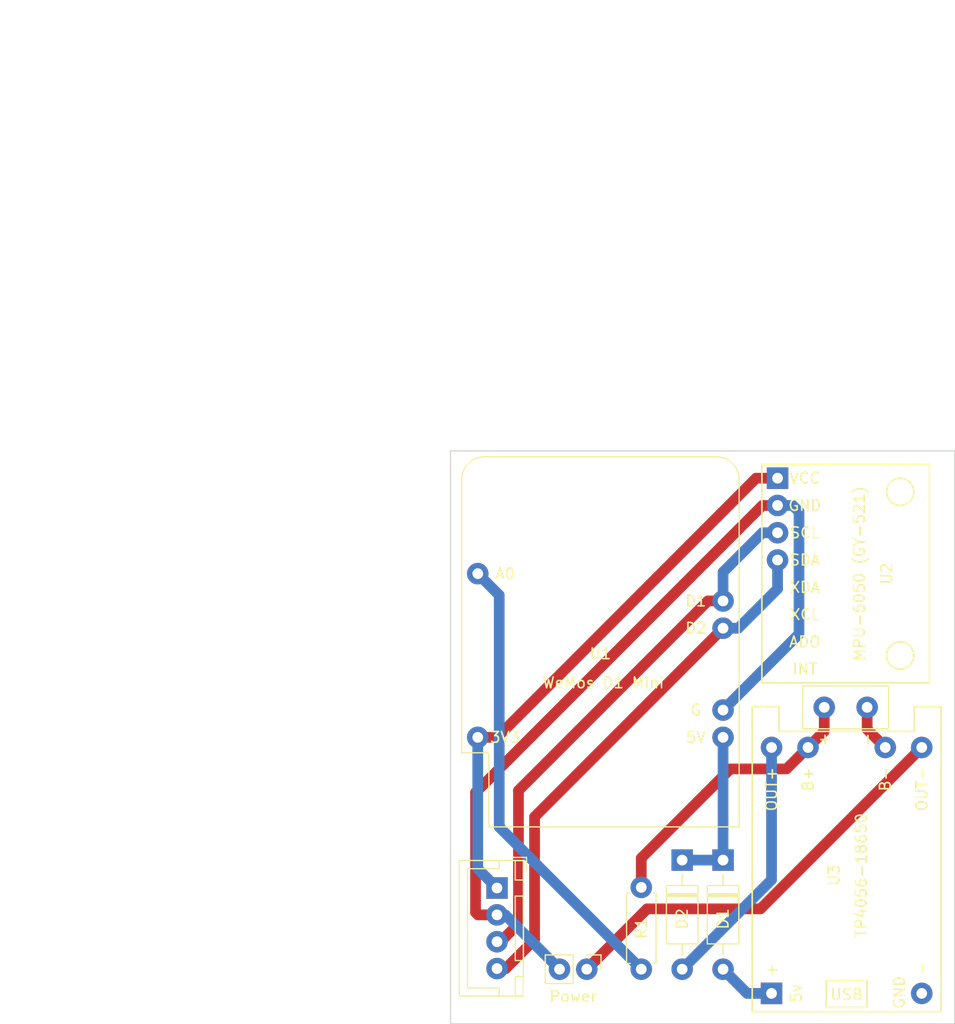
<source format=kicad_pcb>
(kicad_pcb (version 20211014) (generator pcbnew)
  (layers (0 "F.Cu" signal) (31 "B.Cu" signal) (34 "B.Paste" user) (35 "F.Paste" user) (36 "B.SilkS" user "B.Silkscreen") (37 "F.SilkS" user "F.Silkscreen") (38 "B.Mask" user) (39 "F.Mask" user) (44 "Edge.Cuts" user))
  (net 0 "")
  (net 1 "Net-(BT1-Pad1)")
  (net 2 "Net-(J1-Pad1)")
  (net 3 "Net-(D1-Pad1)")
  (net 4 "Net-(R1-Pad2)")
  (net 5 "Net-(J2-Pad2)")
  (net 7 "Net-(BT1-Pad2)")
  (net 8 "Net-(D1-Pad2)")
  (net 9 "Net-(D2-Pad2)")
  (net 10 "Net-(J2-Pad1)")
  (net 11 "Net-(U1-Pad13)")
  (net 12 "Net-(U1-Pad14)")
  (footprint "SlimeVRMobo:GY-521" (layer "F.Cu") (at 163.83 87.63 -90)
    (fp_text reference "U2" (at 0 -3.81 90) (layer "F.SilkS"))
    (fp_text value "MPU-6050 (GY-521)" (at 0 -1.27 90) (layer "F.SilkS"))
    (fp_text user "XCL" (at 3.81 3.81 unlocked) (layer "F.SilkS"))
    (fp_text user "SCL" (at -3.81 3.81 unlocked) (layer "F.SilkS"))
    (fp_text user "SDA" (at -1.27 3.81 unlocked) (layer "F.SilkS"))
    (fp_text user "XDA" (at 1.27 3.81 unlocked) (layer "F.SilkS"))
    (fp_text user "GND" (at -6.35 3.81 unlocked) (layer "F.SilkS"))
    (fp_text user "VCC" (at -8.89 3.81 unlocked) (layer "F.SilkS"))
    (fp_text user "INT" (at 8.89 3.81 unlocked) (layer "F.SilkS"))
    (fp_text user "ADO" (at 6.35 3.81 unlocked) (layer "F.SilkS"))
    (fp_line (start 10.16 7.8105) (end -10.16 7.8105) (layer "F.SilkS") (width 0.15))
    (fp_line (start -10.16 7.8105) (end -10.16 -7.8105) (layer "F.SilkS") (width 0.15))
    (fp_line (start -10.16 -7.8105) (end 10.16 -7.8105) (layer "F.SilkS") (width 0.15))
    (fp_line (start 10.16 -7.8105) (end 10.16 7.8105) (layer "F.SilkS") (width 0.15))
    (fp_circle (center -7.62 -5.08) (end -6.35 -5.08) (layer "F.SilkS") (width 0.15) (fill none))
    (fp_circle (center 7.62 -5.08) (end 8.89 -5.08) (layer "F.SilkS") (width 0.15) (fill none))
    (pad "1" thru_hole rect (at -8.89 6.35 270) (size 2 2) (drill 1) (layers *.Cu *.Mask) (net 2 "Net-(J1-Pad1)"))
    (pad "2" thru_hole circle (at -6.35 6.35 270) (size 2 2) (drill 1) (layers *.Cu *.Mask) (net 5 "Net-(J2-Pad2)"))
    (pad "3" thru_hole circle (at -3.81 6.35 270) (size 2 2) (drill 1) (layers *.Cu *.Mask) (net 12 "Net-(U1-Pad14)"))
    (pad "4" thru_hole circle (at -1.27 6.35 270) (size 2 2) (drill 1) (layers *.Cu *.Mask) (net 11 "Net-(U1-Pad13)"))
  )
  (footprint "Module:WEMOS_D1_mini_light" (layer "F.Cu") (at 129.54 85.09)
    (fp_text reference "U1" (at 11.43 10) (layer "F.SilkS"))
    (fp_text value "WeMos D1 Mini" (at 11.7 12.7) (layer "F.SilkS"))
    (fp_text user "D1" (at 20.32 5.08 unlocked) (layer "F.SilkS"))
    (fp_text user "G" (at 20.32 15.24 unlocked) (layer "F.SilkS"))
    (fp_text user "A0" (at 2.54 2.54 unlocked) (layer "F.SilkS"))
    (fp_text user "3V3" (at 2.54 17.78 unlocked) (layer "F.SilkS"))
    (fp_text user "5V" (at 20.32 17.78 unlocked) (layer "F.SilkS"))
    (fp_text user "D2" (at 20.32 7.62 unlocked) (layer "F.SilkS"))
    (fp_line (start -1.5 19.22) (end 1.04 19.22) (layer "F.SilkS") (width 0.12))
    (fp_line (start 1.04 19.22) (end 1.04 26.12) (layer "F.SilkS") (width 0.12))
    (fp_line (start -1.5 19.22) (end -1.5 -6.21) (layer "F.SilkS") (width 0.12))
    (fp_line (start 24.36 26.12) (end 24.36 -6.21) (layer "F.SilkS") (width 0.12))
    (fp_line (start 1.04 26.12) (end 24.36 26.12) (layer "F.SilkS") (width 0.12))
    (fp_line (start 22.24 -8.34) (end 0.63 -8.34) (layer "F.SilkS") (width 0.12))
    (fp_arc (start -1.5 -6.21) (mid -0.876137 -7.716137) (end 0.63 -8.34) (layer "F.SilkS") (width 0.12))
    (fp_arc (start 22.23 -8.34) (mid 23.736137 -7.716137) (end 24.36 -6.21) (layer "F.SilkS") (width 0.12))
    (pad "2" thru_hole circle (at 0 2.54) (size 2 2) (drill 1) (layers *.Cu *.Mask) (net 4 "Net-(R1-Pad2)"))
    (pad "8" thru_hole circle (at 0 17.78) (size 2 2) (drill 1) (layers *.Cu *.Mask) (net 2 "Net-(J1-Pad1)"))
    (pad "9" thru_hole circle (at 22.86 17.78) (size 2 2) (drill 1) (layers *.Cu *.Mask) (net 3 "Net-(D1-Pad1)"))
    (pad "10" thru_hole circle (at 22.86 15.24) (size 2 2) (drill 1) (layers *.Cu *.Mask) (net 5 "Net-(J2-Pad2)"))
    (pad "13" thru_hole circle (at 22.86 7.62) (size 2 2) (drill 1) (layers *.Cu *.Mask) (net 11 "Net-(U1-Pad13)"))
    (pad "14" thru_hole circle (at 22.86 5.08) (size 2 2) (drill 1) (layers *.Cu *.Mask) (net 12 "Net-(U1-Pad14)"))
  )
  (footprint "SlimeVRMobo:TP4056-18650" (layer "F.Cu") (at 155.1175 128.4125 90)
    (fp_text reference "U3" (at 12.7 7.62 90) (layer "F.SilkS"))
    (fp_text value "TP4056-18650")
    (fp_text user "B-" (at 22.86 12.4 90) (layer "F.SilkS") (effects (justify right)))
    (fp_text user "TP4056-18650" (at 12.7 10.16 90) (layer "F.SilkS"))
    (fp_text user "GND" (at 1.8 13.7 90) (layer "F.SilkS"))
    (fp_text user "B+" (at 22.86 5.2 90) (layer "F.SilkS") (effects (justify right)))
    (fp_text user "5v" (at 1.7 4.1 90) (layer "F.SilkS"))
    (fp_text user "+" (at 3.9 1.8 90) (layer "F.SilkS"))
    (fp_text user "USB" (at 1.6 8.8) (layer "F.SilkS"))
    (fp_text user "-" (at 4 15.8 90) (layer "F.SilkS"))
    (fp_text user "OUT+" (at 22.86 1.8 90) (layer "F.SilkS") (effects (justify right)))
    (fp_text user "OUT-" (at 22.86 15.8 90) (layer "F.SilkS") (effects (justify right)))
    (fp_line (start 28.4 15.4) (end 28.4 15.7) (layer "F.SilkS") (width 0.15))
    (fp_line (start 0.4 10.7) (end 0.4 6.9) (layer "F.SilkS") (width 0.15))
    (fp_line (start 28.4 15.1) (end 28.4 17.6) (layer "F.SilkS") (width 0.15))
    (fp_line (start 2.9 6.9) (end 2.9 10.7) (layer "F.SilkS") (width 0.15))
    (fp_line (start 0 17.6) (end 0 0) (layer "F.SilkS") (width 0.15))
    (fp_line (start 28.4 0) (end 28.4 2.5) (layer "F.SilkS") (width 0.15))
    (fp_line (start 2.9 10.7) (end 0.4 10.7) (layer "F.SilkS") (width 0.15))
    (fp_line (start 26.1 2.5) (end 26.1 15.1) (layer "F.SilkS") (width 0.15))
    (fp_line (start 28.4 2.5) (end 26.1 2.5) (layer "F.SilkS") (width 0.15))
    (fp_line (start 28.4 17.6) (end 0 17.6) (layer "F.SilkS") (width 0.15))
    (fp_line (start 26.1 15.1) (end 28.4 15.1) (layer "F.SilkS") (width 0.15))
    (fp_line (start 0.4 6.9) (end 2.9 6.9) (layer "F.SilkS") (width 0.15))
    (fp_line (start 0 0) (end 28.4 0) (layer "F.SilkS") (width 0.15))
    (pad "1" thru_hole rect (at 1.7 1.8 90) (size 2 2) (drill 1) (layers *.Cu *.Mask) (net 8 "Net-(D1-Pad2)"))
    (pad "2" thru_hole circle (at 1.7 15.8 90) (size 2 2) (drill 1) (layers *.Cu *.Mask))
    (pad "3" thru_hole circle (at 24.6 1.8 90) (size 2 2) (drill 1) (layers *.Cu *.Mask) (net 9 "Net-(D2-Pad2)"))
    (pad "4" thru_hole circle (at 24.6 15.8 90) (size 2 2) (drill 1) (layers *.Cu *.Mask) (net 10 "Net-(J2-Pad1)"))
    (pad "5" thru_hole circle (at 24.6 5.2 90) (size 2 2) (drill 1) (layers *.Cu *.Mask) (net 1 "Net-(BT1-Pad1)"))
    (pad "6" thru_hole circle (at 24.6 12.4 90) (size 2 2) (drill 1) (layers *.Cu *.Mask) (net 7 "Net-(BT1-Pad2)"))
  )
  (footprint "Connector_JST:JST_XH_B4B-XH-A_1x04_P2.50mm_Vertical" (layer "F.Cu") (at 131.335 116.9 -90)
    (fp_text reference "J1" hide)
    (fp_text value "AUX")
    (fp_line (start -2.85 -2.75) (end -2.85 -1.5) (layer "F.SilkS") (width 0.12))
    (fp_line (start 9.3 -0.2) (end 9.3 2.75) (layer "F.SilkS") (width 0.12))
    (fp_line (start 10.05 -1.7) (end 10.05 -2.45) (layer "F.SilkS") (width 0.12))
    (fp_line (start -2.55 -1.7) (end -0.75 -1.7) (layer "F.SilkS") (width 0.12))
    (fp_line (start 10.06 -2.46) (end -2.56 -2.46) (layer "F.SilkS") (width 0.12))
    (fp_line (start -1.8 -0.2) (end -1.8 2.75) (layer "F.SilkS") (width 0.12))
    (fp_line (start -0.75 -1.7) (end -0.75 -2.45) (layer "F.SilkS") (width 0.12))
    (fp_line (start -2.55 -0.2) (end -1.8 -0.2) (layer "F.SilkS") (width 0.12))
    (fp_line (start 8.25 -2.45) (end 8.25 -1.7) (layer "F.SilkS") (width 0.12))
    (fp_line (start -1.8 2.75) (end 3.75 2.75) (layer "F.SilkS") (width 0.12))
    (fp_line (start 8.25 -1.7) (end 10.05 -1.7) (layer "F.SilkS") (width 0.12))
    (fp_line (start -2.56 3.51) (end 10.06 3.51) (layer "F.SilkS") (width 0.12))
    (fp_line (start -2.56 -2.46) (end -2.56 3.51) (layer "F.SilkS") (width 0.12))
    (fp_line (start 6.75 -1.7) (end 6.75 -2.45) (layer "F.SilkS") (width 0.12))
    (fp_line (start 9.3 2.75) (end 3.75 2.75) (layer "F.SilkS") (width 0.12))
    (fp_line (start -0.75 -2.45) (end -2.55 -2.45) (layer "F.SilkS") (width 0.12))
    (fp_line (start 0.75 -1.7) (end 6.75 -1.7) (layer "F.SilkS") (width 0.12))
    (fp_line (start -1.6 -2.75) (end -2.85 -2.75) (layer "F.SilkS") (width 0.12))
    (fp_line (start 10.06 3.51) (end 10.06 -2.46) (layer "F.SilkS") (width 0.12))
    (fp_line (start 6.75 -2.45) (end 0.75 -2.45) (layer "F.SilkS") (width 0.12))
    (fp_line (start -2.55 -2.45) (end -2.55 -1.7) (layer "F.SilkS") (width 0.12))
    (fp_line (start 10.05 -0.2) (end 9.3 -0.2) (layer "F.SilkS") (width 0.12))
    (fp_line (start 0.75 -2.45) (end 0.75 -1.7) (layer "F.SilkS") (width 0.12))
    (fp_line (start 10.05 -2.45) (end 8.25 -2.45) (layer "F.SilkS") (width 0.12))
    (pad "1" thru_hole rect (at 0 0 270) (size 2 2) (drill 1) (layers *.Cu *.Mask) (net 2 "Net-(J1-Pad1)"))
    (pad "2" thru_hole circle (at 2.5 0 270) (size 2 2) (drill 1) (layers *.Cu *.Mask) (net 5 "Net-(J2-Pad2)"))
    (pad "3" thru_hole circle (at 5 0 270) (size 2 2) (drill 1) (layers *.Cu *.Mask) (net 12 "Net-(U1-Pad14)"))
    (pad "4" thru_hole circle (at 7.5 0 270) (size 2 2) (drill 1) (layers *.Cu *.Mask) (net 11 "Net-(U1-Pad13)"))
  )
  (footprint "Diode_THT:D_DO-41_SOD81_P10.16mm_Horizontal" (layer "F.Cu") (at 152.4 114.3 -90)
    (fp_text reference "D1" (at 5.47 0 90) (layer "F.SilkS"))
    (fp_text value "1N5817")
    (fp_line (start 8.82 0) (end 7.8 0) (layer "F.SilkS") (width 0.12))
    (fp_line (start 7.8 -1.47) (end 2.36 -1.47) (layer "F.SilkS") (width 0.12))
    (fp_line (start 2.36 1.47) (end 7.8 1.47) (layer "F.SilkS") (width 0.12))
    (fp_line (start 3.26 -1.47) (end 3.26 1.47) (layer "F.SilkS") (width 0.12))
    (fp_line (start 2.36 -1.47) (end 2.36 1.47) (layer "F.SilkS") (width 0.12))
    (fp_line (start 3.14 -1.47) (end 3.14 1.47) (layer "F.SilkS") (width 0.12))
    (fp_line (start 1.34 0) (end 2.36 0) (layer "F.SilkS") (width 0.12))
    (fp_line (start 3.38 -1.47) (end 3.38 1.47) (layer "F.SilkS") (width 0.12))
    (fp_line (start 7.8 1.47) (end 7.8 -1.47) (layer "F.SilkS") (width 0.12))
    (pad "1" thru_hole rect (at 0 0 270) (size 2 2) (drill 1) (layers *.Cu *.Mask) (net 3 "Net-(D1-Pad1)"))
    (pad "2" thru_hole circle (at 10.16 0 270) (size 2 2) (drill 1) (layers *.Cu *.Mask) (net 8 "Net-(D1-Pad2)"))
  )
  (footprint "Resistor_THT:R_Axial_DIN0207_L6.3mm_D2.5mm_P7.62mm_Horizontal" (layer "F.Cu") (at 144.78 116.84 -90)
    (fp_text reference "R1" (at 3.81 0 90) (layer "F.SilkS"))
    (fp_text value "180K")
    (fp_line (start 0.54 1.37) (end 7.08 1.37) (layer "F.SilkS") (width 0.12))
    (fp_line (start 7.08 1.37) (end 7.08 1.04) (layer "F.SilkS") (width 0.12))
    (fp_line (start 0.54 -1.04) (end 0.54 -1.37) (layer "F.SilkS") (width 0.12))
    (fp_line (start 0.54 1.04) (end 0.54 1.37) (layer "F.SilkS") (width 0.12))
    (fp_line (start 0.54 -1.37) (end 7.08 -1.37) (layer "F.SilkS") (width 0.12))
    (fp_line (start 7.08 -1.37) (end 7.08 -1.04) (layer "F.SilkS") (width 0.12))
    (pad "1" thru_hole circle (at 0 0 270) (size 2 2) (drill 1) (layers *.Cu *.Mask) (net 1 "Net-(BT1-Pad1)"))
    (pad "2" thru_hole circle (at 7.62 0 270) (size 2 2) (drill 1) (layers *.Cu *.Mask) (net 4 "Net-(R1-Pad2)"))
  )
  (footprint "Connector_PinHeader_2.54mm:PinHeader_1x02_P2.54mm_Vertical" (layer "F.Cu") (at 139.7 124.46 -90)
    (fp_text reference "J2" hide)
    (fp_text value "Power" (at 2.54 1.27) (layer "F.SilkS"))
    (fp_line (start 1.33 1.27) (end 1.33 3.87) (layer "F.SilkS") (width 0.12))
    (fp_line (start -1.33 -1.33) (end 0 -1.33) (layer "F.SilkS") (width 0.12))
    (fp_line (start -1.33 1.27) (end 1.33 1.27) (layer "F.SilkS") (width 0.12))
    (fp_line (start -1.33 1.27) (end -1.33 3.87) (layer "F.SilkS") (width 0.12))
    (fp_line (start -1.33 3.87) (end 1.33 3.87) (layer "F.SilkS") (width 0.12))
    (fp_line (start -1.33 0) (end -1.33 -1.33) (layer "F.SilkS") (width 0.12))
    (pad "1" thru_hole circle (at 0 0 270) (size 2 2) (drill 1) (layers *.Cu *.Mask) (net 10 "Net-(J2-Pad1)"))
    (pad "2" thru_hole circle (at 0 2.54 270) (size 2 2) (drill 1) (layers *.Cu *.Mask) (net 5 "Net-(J2-Pad2)"))
  )
  (footprint "Diode_THT:D_DO-41_SOD81_P10.16mm_Horizontal" (layer "F.Cu") (at 148.59 114.3 -90)
    (fp_text reference "D2" (at 5.47 0 90) (layer "F.SilkS"))
    (fp_text value "1N5817")
    (fp_line (start 3.26 -1.47) (end 3.26 1.47) (layer "F.SilkS") (width 0.12))
    (fp_line (start 8.82 0) (end 7.8 0) (layer "F.SilkS") (width 0.12))
    (fp_line (start 2.36 1.47) (end 7.8 1.47) (layer "F.SilkS") (width 0.12))
    (fp_line (start 3.38 -1.47) (end 3.38 1.47) (layer "F.SilkS") (width 0.12))
    (fp_line (start 2.36 -1.47) (end 2.36 1.47) (layer "F.SilkS") (width 0.12))
    (fp_line (start 3.14 -1.47) (end 3.14 1.47) (layer "F.SilkS") (width 0.12))
    (fp_line (start 7.8 1.47) (end 7.8 -1.47) (layer "F.SilkS") (width 0.12))
    (fp_line (start 7.8 -1.47) (end 2.36 -1.47) (layer "F.SilkS") (width 0.12))
    (fp_line (start 1.34 0) (end 2.36 0) (layer "F.SilkS") (width 0.12))
    (pad "1" thru_hole rect (at 0 0 270) (size 2 2) (drill 1) (layers *.Cu *.Mask) (net 3 "Net-(D1-Pad1)"))
    (pad "2" thru_hole circle (at 10.16 0 270) (size 2 2) (drill 1) (layers *.Cu *.Mask) (net 9 "Net-(D2-Pad2)"))
  )
  (footprint "SlimeVRMobo:Battery" (layer "F.Cu") (at 163.83 100.076 90)
    (fp_text reference "BT1" hide)
    (fp_text value "Battery")
    (fp_text user "+" (at -3 -2 90) (layer "F.SilkS"))
    (fp_text user "-" (at -3 2 90) (layer "F.SilkS"))
    (fp_line (start 2 4) (end 2 -4) (layer "F.SilkS") (width 0.12))
    (fp_line (start -2 4) (end 2 4) (layer "F.SilkS") (width 0.12))
    (fp_line (start -2 -4) (end -2 4) (layer "F.SilkS") (width 0.12))
    (fp_line (start 2 -4) (end -2 -4) (layer "F.SilkS") (width 0.12))
    (pad "1" thru_hole circle (at 0 -2 90) (size 2 2) (drill 1) (layers *.Cu *.Mask) (net 1 "Net-(BT1-Pad1)"))
    (pad "2" thru_hole circle (at 0 2 90) (size 2 2) (drill 1) (layers *.Cu *.Mask) (net 7 "Net-(BT1-Pad2)"))
  )
  (gr_line (start 127 129.54) (end 127 76.2) (layer "Edge.Cuts") (width 0.1))
  (gr_line (start 173.99 76.2) (end 173.99 129.54) (layer "Edge.Cuts") (width 0.1))
  (gr_line (start 127 76.2) (end 173.99 76.2) (layer "Edge.Cuts") (width 0.1))
  (gr_line (start 173.99 129.54) (end 127 129.54) (layer "Edge.Cuts") (width 0.1))
  (segment (start 158.317989 105.812011) (end 153.078967 105.812011) (width 1) (layer "F.Cu") (net 1))
  (segment (start 153.078967 105.812011) (end 144.78 114.110978) (width 1) (layer "F.Cu") (net 1))
  (segment (start 161.83 100.076) (end 161.83 102.3) (width 1) (layer "F.Cu") (net 1))
  (segment (start 161.83 102.3) (end 160.3175 103.8125) (width 1) (layer "F.Cu") (net 1))
  (segment (start 144.78 114.110978) (end 144.78 116.84) (width 1) (layer "F.Cu") (net 1))
  (segment (start 160.3175 103.8125) (end 158.317989 105.812011) (width 1) (layer "F.Cu") (net 1))
  (segment (start 155.48 78.74) (end 157.48 78.74) (width 1) (layer "F.Cu") (net 2))
  (segment (start 131.35 102.87) (end 129.54 102.87) (width 1) (layer "F.Cu") (net 2))
  (segment (start 155.48 78.74) (end 131.35 102.87) (width 1) (layer "F.Cu") (net 2))
  (segment (start 129.54 115.105) (end 131.335 116.9) (width 1) (layer "B.Cu") (net 2))
  (segment (start 129.54 102.87) (end 129.54 115.105) (width 1) (layer "B.Cu") (net 2))
  (segment (start 148.59 114.3) (end 152.4 114.3) (width 1) (layer "B.Cu") (net 3))
  (segment (start 152.4 114.3) (end 152.4 102.87) (width 1) (layer "B.Cu") (net 3))
  (segment (start 144.78 124.46) (end 131.539511 111.219511) (width 1) (layer "B.Cu") (net 4))
  (segment (start 131.539511 89.629511) (end 129.54 87.63) (width 1) (layer "B.Cu") (net 4))
  (segment (start 131.539511 111.219511) (end 131.539511 89.629511) (width 1) (layer "B.Cu") (net 4))
  (segment (start 129.335489 108.010298) (end 129.335489 119.175489) (width 1) (layer "F.Cu") (net 5))
  (segment (start 129.335489 119.175489) (end 129.56 119.4) (width 1) (layer "F.Cu") (net 5))
  (segment (start 129.56 119.4) (end 131.335 119.4) (width 1) (layer "F.Cu") (net 5))
  (segment (start 156.065787 81.28) (end 129.335489 108.010298) (width 1) (layer "F.Cu") (net 5))
  (segment (start 157.48 81.28) (end 156.065787 81.28) (width 1) (layer "F.Cu") (net 5))
  (segment (start 158.894213 81.28) (end 159.479511 81.865298) (width 1) (layer "B.Cu") (net 5))
  (segment (start 131.335 119.4) (end 132.1 119.4) (width 1) (layer "B.Cu") (net 5))
  (segment (start 159.479511 81.865298) (end 159.479511 93.250489) (width 1) (layer "B.Cu") (net 5))
  (segment (start 132.1 119.4) (end 137.16 124.46) (width 1) (layer "B.Cu") (net 5))
  (segment (start 159.479511 93.250489) (end 152.4 100.33) (width 1) (layer "B.Cu") (net 5))
  (segment (start 157.48 81.28) (end 158.894213 81.28) (width 1) (layer "B.Cu") (net 5))
  (segment (start 165.83 102.125) (end 167.5175 103.8125) (width 1) (layer "F.Cu") (net 7))
  (segment (start 165.83 100.076) (end 165.83 102.125) (width 1) (layer "F.Cu") (net 7))
  (segment (start 156.9175 126.7125) (end 154.6525 126.7125) (width 1) (layer "B.Cu") (net 8))
  (segment (start 154.6525 126.7125) (end 152.4 124.46) (width 1) (layer "B.Cu") (net 8))
  (segment (start 148.59 124.46) (end 156.9175 116.1325) (width 1) (layer "B.Cu") (net 9))
  (segment (start 156.9175 116.1325) (end 156.9175 103.8125) (width 1) (layer "B.Cu") (net 9))
  (segment (start 145.320489 118.839511) (end 139.7 124.46) (width 1) (layer "F.Cu") (net 10))
  (segment (start 170.9175 103.8125) (end 155.890489 118.839511) (width 1) (layer "F.Cu") (net 10))
  (segment (start 155.890489 118.839511) (end 145.320489 118.839511) (width 1) (layer "F.Cu") (net 10))
  (segment (start 134.834031 110.275969) (end 134.834031 121.705969) (width 1) (layer "F.Cu") (net 11))
  (segment (start 132.14 124.4) (end 131.335 124.4) (width 1) (layer "F.Cu") (net 11))
  (segment (start 134.834031 121.705969) (end 132.14 124.4) (width 1) (layer "F.Cu") (net 11))
  (segment (start 152.4 92.71) (end 134.834031 110.275969) (width 1) (layer "F.Cu") (net 11))
  (segment (start 157.48 89.044213) (end 157.48 86.36) (width 1) (layer "B.Cu") (net 11))
  (segment (start 152.4 92.71) (end 153.814213 92.71) (width 1) (layer "B.Cu") (net 11))
  (segment (start 153.814213 92.71) (end 157.48 89.044213) (width 1) (layer "B.Cu") (net 11))
  (segment (start 133.334511 120.228226) (end 131.662737 121.9) (width 1) (layer "F.Cu") (net 12))
  (segment (start 133.334511 107.821276) (end 133.334511 120.228226) (width 1) (layer "F.Cu") (net 12))
  (segment (start 152.4 90.17) (end 150.985787 90.17) (width 1) (layer "F.Cu") (net 12))
  (segment (start 150.985787 90.17) (end 133.334511 107.821276) (width 1) (layer "F.Cu") (net 12))
  (segment (start 131.662737 121.9) (end 131.335 121.9) (width 1) (layer "F.Cu") (net 12))
  (segment (start 156.065787 83.82) (end 157.48 83.82) (width 1) (layer "B.Cu") (net 12))
  (segment (start 152.4 87.485787) (end 156.065787 83.82) (width 1) (layer "B.Cu") (net 12))
  (segment (start 152.4 90.17) (end 152.4 87.485787) (width 1) (layer "B.Cu") (net 12))
)
</source>
